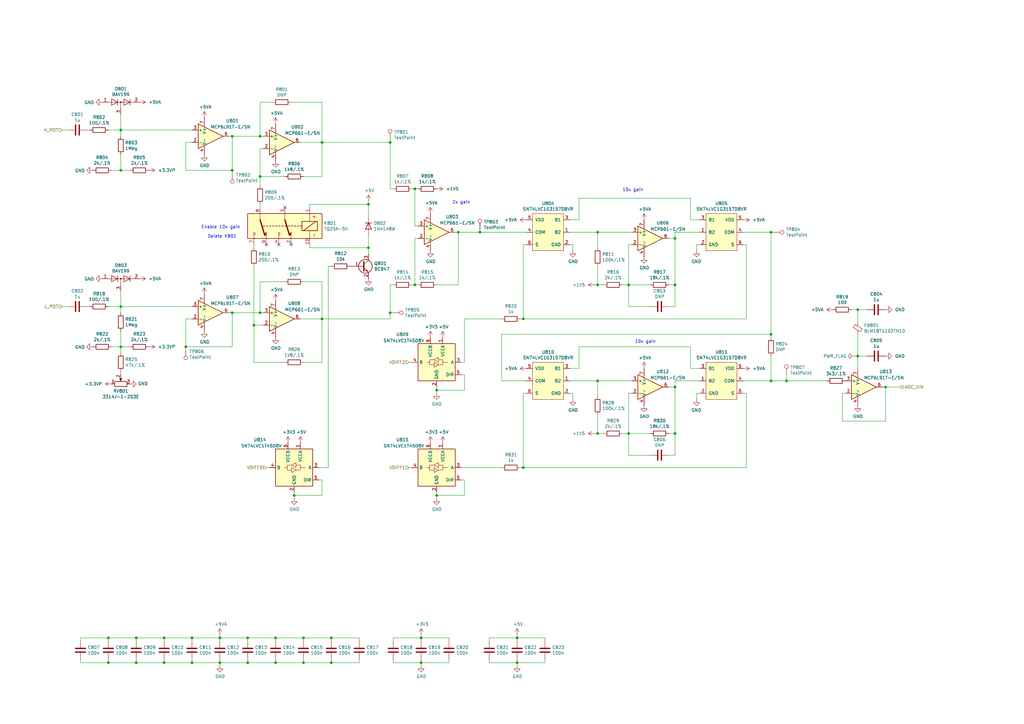
<source format=kicad_sch>
(kicad_sch (version 20231120) (generator "eeschema") (generator_version "8.0")
  (paper "A3")
  (junction (at 44.45 261.62))
  (junction (at 106.68 55.88))
  (junction (at 212.09 261.62))
  (junction (at 132.08 130.81))
  (junction (at 90.17 271.78))
  (junction (at 257.81 116.84))
  (junction (at 187.96 95.25))
  (junction (at 49.53 53.34))
  (junction (at 351.79 146.05))
  (junction (at 49.53 142.24))
  (junction (at 316.23 156.21))
  (junction (at 160.02 58.42))
  (junction (at 44.45 271.78))
  (junction (at 55.88 261.62))
  (junction (at 135.89 261.62))
  (junction (at 276.86 97.79))
  (junction (at 179.07 203.2))
  (junction (at 170.18 116.84))
  (junction (at 170.18 77.47))
  (junction (at 113.03 271.78))
  (junction (at 106.68 128.27))
  (junction (at 124.46 261.62))
  (junction (at 95.25 55.88))
  (junction (at 67.31 271.78))
  (junction (at 55.88 271.78))
  (junction (at 245.11 177.8))
  (junction (at 172.72 271.78))
  (junction (at 49.53 125.73))
  (junction (at 196.85 95.25))
  (junction (at 245.11 116.84))
  (junction (at 151.13 83.82))
  (junction (at 76.2 142.24))
  (junction (at 113.03 261.62))
  (junction (at 316.23 137.16))
  (junction (at 316.23 95.25))
  (junction (at 67.31 261.62))
  (junction (at 106.68 72.39))
  (junction (at 132.08 58.42))
  (junction (at 160.02 128.27))
  (junction (at 172.72 261.62))
  (junction (at 322.58 156.21))
  (junction (at 257.81 177.8))
  (junction (at 120.65 203.2))
  (junction (at 101.6 261.62))
  (junction (at 245.11 95.25))
  (junction (at 245.11 156.21))
  (junction (at 104.14 133.35))
  (junction (at 95.25 128.27))
  (junction (at 212.09 271.78))
  (junction (at 151.13 101.6))
  (junction (at 101.6 271.78))
  (junction (at 214.63 191.77))
  (junction (at 124.46 271.78))
  (junction (at 276.86 177.8))
  (junction (at 78.74 261.62))
  (junction (at 49.53 69.85))
  (junction (at 276.86 116.84))
  (junction (at 78.74 271.78))
  (junction (at 135.89 271.78))
  (junction (at 95.25 69.85))
  (junction (at 351.79 127))
  (junction (at 276.86 158.75))
  (junction (at 90.17 261.62))
  (junction (at 363.22 158.75))
  (junction (at 214.63 130.81))
  (junction (at 179.07 160.02))
  (no_connect (at 114.3 100.33))
  (no_connect (at 109.22 100.33))
  (no_connect (at 119.38 100.33))
  (no_connect (at 116.84 85.09))
  (wire (pts (xy 190.5 196.85) (xy 189.23 196.85)))
  (wire (pts (xy 132.08 130.81) (xy 123.19 130.81)))
  (wire (pts (xy 172.72 262.89) (xy 172.72 261.62)))
  (wire (pts (xy 200.66 270.51) (xy 200.66 271.78)))
  (wire (pts (xy 243.84 116.84) (xy 245.11 116.84)))
  (wire (pts (xy 349.25 127) (xy 351.79 127)))
  (wire (pts (xy 257.81 125.73) (xy 257.81 116.84)))
  (wire (pts (xy 259.08 100.33) (xy 257.81 100.33)))
  (wire (pts (xy 245.11 162.56) (xy 245.11 156.21)))
  (wire (pts (xy 49.53 55.88) (xy 49.53 53.34)))
  (wire (pts (xy 285.75 100.33) (xy 287.02 100.33)))
  (wire (pts (xy 49.53 142.24) (xy 53.34 142.24)))
  (wire (pts (xy 49.53 125.73) (xy 78.74 125.73)))
  (wire (pts (xy 237.49 142.24) (xy 283.21 142.24)))
  (wire (pts (xy 78.74 271.78) (xy 78.74 270.51)))
  (wire (pts (xy 44.45 271.78) (xy 55.88 271.78)))
  (wire (pts (xy 33.02 262.89) (xy 33.02 261.62)))
  (wire (pts (xy 160.02 130.81) (xy 160.02 128.27)))
  (wire (pts (xy 90.17 262.89) (xy 90.17 261.62)))
  (wire (pts (xy 130.81 191.77) (xy 134.62 191.77)))
  (wire (pts (xy 78.74 271.78) (xy 90.17 271.78)))
  (wire (pts (xy 212.09 262.89) (xy 212.09 261.62)))
  (wire (pts (xy 67.31 271.78) (xy 78.74 271.78)))
  (wire (pts (xy 55.88 271.78) (xy 55.88 270.51)))
  (wire (pts (xy 78.74 58.42) (xy 76.2 58.42)))
  (wire (pts (xy 49.53 69.85) (xy 53.34 69.85)))
  (wire (pts (xy 346.71 161.29) (xy 345.44 161.29)))
  (wire (pts (xy 179.07 203.2) (xy 190.5 203.2)))
  (wire (pts (xy 151.13 82.55) (xy 151.13 83.82)))
  (wire (pts (xy 245.11 109.22) (xy 245.11 116.84)))
  (wire (pts (xy 67.31 271.78) (xy 67.31 270.51)))
  (wire (pts (xy 55.88 261.62) (xy 67.31 261.62)))
  (wire (pts (xy 44.45 261.62) (xy 55.88 261.62)))
  (wire (pts (xy 25.4 53.34) (xy 27.94 53.34)))
  (wire (pts (xy 127 83.82) (xy 151.13 83.82)))
  (wire (pts (xy 266.7 177.8) (xy 257.81 177.8)))
  (wire (pts (xy 316.23 156.21) (xy 322.58 156.21)))
  (wire (pts (xy 124.46 115.57) (xy 132.08 115.57)))
  (wire (pts (xy 276.86 95.25) (xy 287.02 95.25)))
  (wire (pts (xy 350.52 146.05) (xy 351.79 146.05)))
  (wire (pts (xy 111.76 41.91) (xy 106.68 41.91)))
  (wire (pts (xy 170.18 77.47) (xy 171.45 77.47)))
  (wire (pts (xy 90.17 261.62) (xy 101.6 261.62)))
  (wire (pts (xy 120.65 201.93) (xy 120.65 203.2)))
  (wire (pts (xy 179.07 158.75) (xy 179.07 160.02)))
  (wire (pts (xy 187.96 95.25) (xy 186.69 95.25)))
  (wire (pts (xy 49.53 128.27) (xy 49.53 125.73)))
  (wire (pts (xy 212.09 260.35) (xy 212.09 261.62)))
  (wire (pts (xy 90.17 271.78) (xy 90.17 270.51)))
  (wire (pts (xy 120.65 204.47) (xy 120.65 203.2)))
  (wire (pts (xy 110.49 191.77) (xy 109.22 191.77)))
  (wire (pts (xy 101.6 262.89) (xy 101.6 261.62)))
  (wire (pts (xy 25.4 125.73) (xy 27.94 125.73)))
  (wire (pts (xy 95.25 71.12) (xy 95.25 69.85)))
  (wire (pts (xy 132.08 130.81) (xy 160.02 130.81)))
  (wire (pts (xy 49.53 46.99) (xy 49.53 53.34)))
  (wire (pts (xy 276.86 97.79) (xy 274.32 97.79)))
  (wire (pts (xy 172.72 261.62) (xy 184.15 261.62)))
  (wire (pts (xy 190.5 130.81) (xy 205.74 130.81)))
  (wire (pts (xy 170.18 116.84) (xy 171.45 116.84)))
  (wire (pts (xy 363.22 158.75) (xy 361.95 158.75)))
  (wire (pts (xy 257.81 186.69) (xy 257.81 177.8)))
  (wire (pts (xy 33.02 271.78) (xy 33.02 270.51)))
  (wire (pts (xy 76.2 130.81) (xy 76.2 142.24)))
  (wire (pts (xy 161.29 270.51) (xy 161.29 271.78)))
  (wire (pts (xy 104.14 148.59) (xy 104.14 133.35)))
  (wire (pts (xy 245.11 95.25) (xy 259.08 95.25)))
  (wire (pts (xy 363.22 172.72) (xy 363.22 158.75)))
  (wire (pts (xy 184.15 270.51) (xy 184.15 271.78)))
  (wire (pts (xy 171.45 92.71) (xy 170.18 92.71)))
  (wire (pts (xy 132.08 196.85) (xy 130.81 196.85)))
  (wire (pts (xy 116.84 148.59) (xy 104.14 148.59)))
  (wire (pts (xy 243.84 177.8) (xy 245.11 177.8)))
  (wire (pts (xy 285.75 102.87) (xy 285.75 100.33)))
  (wire (pts (xy 316.23 95.25) (xy 304.8 95.25)))
  (wire (pts (xy 351.79 146.05) (xy 351.79 151.13)))
  (wire (pts (xy 106.68 55.88) (xy 107.95 55.88)))
  (wire (pts (xy 187.96 116.84) (xy 187.96 95.25)))
  (wire (pts (xy 355.6 146.05) (xy 351.79 146.05)))
  (wire (pts (xy 276.86 158.75) (xy 276.86 156.21)))
  (wire (pts (xy 49.53 63.5) (xy 49.53 69.85)))
  (wire (pts (xy 213.36 191.77) (xy 214.63 191.77)))
  (wire (pts (xy 160.02 128.27) (xy 160.02 116.84)))
  (wire (pts (xy 179.07 201.93) (xy 179.07 203.2)))
  (wire (pts (xy 44.45 262.89) (xy 44.45 261.62)))
  (wire (pts (xy 147.32 271.78) (xy 147.32 270.51)))
  (wire (pts (xy 215.9 156.21) (xy 205.74 156.21)))
  (wire (pts (xy 200.66 261.62) (xy 212.09 261.62)))
  (wire (pts (xy 257.81 161.29) (xy 257.81 177.8)))
  (wire (pts (xy 179.07 160.02) (xy 190.5 160.02)))
  (wire (pts (xy 95.25 69.85) (xy 95.25 55.88)))
  (wire (pts (xy 170.18 97.79) (xy 171.45 97.79)))
  (wire (pts (xy 276.86 97.79) (xy 276.86 95.25)))
  (wire (pts (xy 179.07 161.29) (xy 179.07 160.02)))
  (wire (pts (xy 90.17 273.05) (xy 90.17 271.78)))
  (wire (pts (xy 234.95 102.87) (xy 234.95 100.33)))
  (wire (pts (xy 161.29 261.62) (xy 161.29 262.89)))
  (wire (pts (xy 161.29 271.78) (xy 172.72 271.78)))
  (wire (pts (xy 234.95 163.83) (xy 234.95 161.29)))
  (wire (pts (xy 106.68 41.91) (xy 106.68 55.88)))
  (wire (pts (xy 161.29 261.62) (xy 172.72 261.62)))
  (wire (pts (xy 106.68 128.27) (xy 95.25 128.27)))
  (wire (pts (xy 245.11 156.21) (xy 259.08 156.21)))
  (wire (pts (xy 151.13 88.9) (xy 151.13 83.82)))
  (wire (pts (xy 151.13 101.6) (xy 151.13 96.52)))
  (wire (pts (xy 233.68 156.21) (xy 245.11 156.21)))
  (wire (pts (xy 214.63 191.77) (xy 306.07 191.77)))
  (wire (pts (xy 257.81 100.33) (xy 257.81 116.84)))
  (wire (pts (xy 160.02 58.42) (xy 132.08 58.42)))
  (wire (pts (xy 49.53 53.34) (xy 44.45 53.34)))
  (wire (pts (xy 116.84 72.39) (xy 106.68 72.39)))
  (wire (pts (xy 95.25 55.88) (xy 93.98 55.88)))
  (wire (pts (xy 132.08 115.57) (xy 132.08 130.81)))
  (wire (pts (xy 190.5 148.59) (xy 190.5 130.81)))
  (wire (pts (xy 245.11 116.84) (xy 247.65 116.84)))
  (wire (pts (xy 124.46 72.39) (xy 132.08 72.39)))
  (wire (pts (xy 214.63 100.33) (xy 215.9 100.33)))
  (wire (pts (xy 213.36 130.81) (xy 214.63 130.81)))
  (wire (pts (xy 214.63 130.81) (xy 306.07 130.81)))
  (wire (pts (xy 283.21 81.28) (xy 283.21 90.17)))
  (wire (pts (xy 78.74 130.81) (xy 76.2 130.81)))
  (wire (pts (xy 124.46 262.89) (xy 124.46 261.62)))
  (wire (pts (xy 237.49 151.13) (xy 237.49 142.24)))
  (wire (pts (xy 266.7 125.73) (xy 257.81 125.73)))
  (wire (pts (xy 317.5 95.25) (xy 316.23 95.25)))
  (wire (pts (xy 190.5 160.02) (xy 190.5 153.67)))
  (wire (pts (xy 351.79 127) (xy 351.79 132.08)))
  (wire (pts (xy 184.15 261.62) (xy 184.15 262.89)))
  (wire (pts (xy 245.11 101.6) (xy 245.11 95.25)))
  (wire (pts (xy 190.5 153.67) (xy 189.23 153.67)))
  (wire (pts (xy 283.21 151.13) (xy 287.02 151.13)))
  (wire (pts (xy 106.68 72.39) (xy 106.68 60.96)))
  (wire (pts (xy 44.45 271.78) (xy 44.45 270.51)))
  (wire (pts (xy 161.29 77.47) (xy 160.02 77.47)))
  (wire (pts (xy 259.08 161.29) (xy 257.81 161.29)))
  (wire (pts (xy 124.46 261.62) (xy 135.89 261.62)))
  (wire (pts (xy 67.31 261.62) (xy 78.74 261.62)))
  (wire (pts (xy 214.63 100.33) (xy 214.63 130.81)))
  (wire (pts (xy 233.68 95.25) (xy 245.11 95.25)))
  (wire (pts (xy 124.46 271.78) (xy 124.46 270.51)))
  (wire (pts (xy 49.53 119.38) (xy 49.53 125.73)))
  (wire (pts (xy 283.21 90.17) (xy 287.02 90.17)))
  (wire (pts (xy 179.07 204.47) (xy 179.07 203.2)))
  (wire (pts (xy 119.38 41.91) (xy 132.08 41.91)))
  (wire (pts (xy 67.31 262.89) (xy 67.31 261.62)))
  (wire (pts (xy 35.56 125.73) (xy 36.83 125.73)))
  (wire (pts (xy 276.86 186.69) (xy 276.86 177.8)))
  (wire (pts (xy 306.07 161.29) (xy 304.8 161.29)))
  (wire (pts (xy 223.52 261.62) (xy 223.52 262.89)))
  (wire (pts (xy 135.89 271.78) (xy 135.89 270.51)))
  (wire (pts (xy 135.89 271.78) (xy 147.32 271.78)))
  (wire (pts (xy 306.07 100.33) (xy 304.8 100.33)))
  (wire (pts (xy 200.66 271.78) (xy 212.09 271.78)))
  (wire (pts (xy 95.25 142.24) (xy 95.25 128.27)))
  (wire (pts (xy 124.46 148.59) (xy 132.08 148.59)))
  (wire (pts (xy 104.14 101.6) (xy 104.14 100.33)))
  (wire (pts (xy 134.62 191.77) (xy 134.62 109.22)))
  (wire (pts (xy 168.91 116.84) (xy 170.18 116.84)))
  (wire (pts (xy 55.88 271.78) (xy 67.31 271.78)))
  (wire (pts (xy 106.68 76.2) (xy 106.68 72.39)))
  (wire (pts (xy 276.86 116.84) (xy 274.32 116.84)))
  (wire (pts (xy 345.44 161.29) (xy 345.44 172.72)))
  (wire (pts (xy 322.58 156.21) (xy 339.09 156.21)))
  (wire (pts (xy 90.17 271.78) (xy 101.6 271.78)))
  (wire (pts (xy 237.49 90.17) (xy 237.49 81.28)))
  (wire (pts (xy 161.29 128.27) (xy 160.02 128.27)))
  (wire (pts (xy 345.44 172.72) (xy 363.22 172.72)))
  (wire (pts (xy 351.79 146.05) (xy 351.79 137.16)))
  (wire (pts (xy 285.75 161.29) (xy 287.02 161.29)))
  (wire (pts (xy 116.84 115.57) (xy 106.68 115.57)))
  (wire (pts (xy 134.62 109.22) (xy 135.89 109.22)))
  (wire (pts (xy 212.09 261.62) (xy 223.52 261.62)))
  (wire (pts (xy 276.86 177.8) (xy 274.32 177.8)))
  (wire (pts (xy 78.74 262.89) (xy 78.74 261.62)))
  (wire (pts (xy 172.72 271.78) (xy 172.72 270.51)))
  (wire (pts (xy 266.7 186.69) (xy 257.81 186.69)))
  (wire (pts (xy 49.53 135.89) (xy 49.53 142.24)))
  (wire (pts (xy 283.21 142.24) (xy 283.21 151.13)))
  (wire (pts (xy 132.08 203.2) (xy 132.08 196.85)))
  (wire (pts (xy 276.86 158.75) (xy 274.32 158.75)))
  (wire (pts (xy 234.95 161.29) (xy 233.68 161.29)))
  (wire (pts (xy 257.81 116.84) (xy 255.27 116.84)))
  (wire (pts (xy 132.08 72.39) (xy 132.08 58.42)))
  (wire (pts (xy 234.95 100.33) (xy 233.68 100.33)))
  (wire (pts (xy 49.53 53.34) (xy 78.74 53.34)))
  (wire (pts (xy 101.6 271.78) (xy 113.03 271.78)))
  (wire (pts (xy 190.5 203.2) (xy 190.5 196.85)))
  (wire (pts (xy 113.03 261.62) (xy 124.46 261.62)))
  (wire (pts (xy 179.07 116.84) (xy 187.96 116.84)))
  (wire (pts (xy 214.63 161.29) (xy 215.9 161.29)))
  (wire (pts (xy 49.53 125.73) (xy 44.45 125.73)))
  (wire (pts (xy 215.9 95.25) (xy 196.85 95.25)))
  (wire (pts (xy 147.32 261.62) (xy 147.32 262.89)))
  (wire (pts (xy 168.91 77.47) (xy 170.18 77.47)))
  (wire (pts (xy 106.68 85.09) (xy 106.68 83.82)))
  (wire (pts (xy 237.49 81.28) (xy 283.21 81.28)))
  (wire (pts (xy 160.02 57.15) (xy 160.02 58.42)))
  (wire (pts (xy 127 83.82) (xy 127 85.09)))
  (wire (pts (xy 184.15 271.78) (xy 172.72 271.78)))
  (wire (pts (xy 274.32 186.69) (xy 276.86 186.69)))
  (wire (pts (xy 170.18 92.71) (xy 170.18 77.47)))
  (wire (pts (xy 196.85 95.25) (xy 187.96 95.25)))
  (wire (pts (xy 205.74 156.21) (xy 205.74 137.16)))
  (wire (pts (xy 124.46 271.78) (xy 135.89 271.78)))
  (wire (pts (xy 276.86 177.8) (xy 276.86 158.75)))
  (wire (pts (xy 132.08 41.91) (xy 132.08 58.42)))
  (wire (pts (xy 120.65 203.2) (xy 132.08 203.2)))
  (wire (pts (xy 172.72 260.35) (xy 172.72 261.62)))
  (wire (pts (xy 266.7 116.84) (xy 257.81 116.84)))
  (wire (pts (xy 189.23 191.77) (xy 205.74 191.77)))
  (wire (pts (xy 151.13 101.6) (xy 151.13 104.14)))
  (wire (pts (xy 257.81 177.8) (xy 255.27 177.8)))
  (wire (pts (xy 90.17 260.35) (xy 90.17 261.62)))
  (wire (pts (xy 101.6 261.62) (xy 113.03 261.62)))
  (wire (pts (xy 76.2 69.85) (xy 95.25 69.85)))
  (wire (pts (xy 135.89 261.62) (xy 147.32 261.62)))
  (wire (pts (xy 233.68 90.17) (xy 237.49 90.17)))
  (wire (pts (xy 55.88 262.89) (xy 55.88 261.62)))
  (wire (pts (xy 45.72 69.85) (xy 49.53 69.85)))
  (wire (pts (xy 113.03 271.78) (xy 124.46 271.78)))
  (wire (pts (xy 49.53 153.67) (xy 49.53 152.4)))
  (wire (pts (xy 212.09 273.05) (xy 212.09 271.78)))
  (wire (pts (xy 316.23 137.16) (xy 316.23 95.25)))
  (wire (pts (xy 45.72 142.24) (xy 49.53 142.24)))
  (wire (pts (xy 316.23 156.21) (xy 316.23 146.05)))
  (wire (pts (xy 306.07 191.77) (xy 306.07 161.29)))
  (wire (pts (xy 322.58 153.67) (xy 322.58 156.21)))
  (wire (pts (xy 369.57 158.75) (xy 363.22 158.75)))
  (wire (pts (xy 223.52 270.51) (xy 223.52 271.78)))
  (wire (pts (xy 132.08 58.42) (xy 123.19 58.42)))
  (wire (pts (xy 245.11 170.18) (xy 245.11 177.8)))
  (wire (pts (xy 132.08 148.59) (xy 132.08 130.81)))
  (wire (pts (xy 168.91 191.77) (xy 167.64 191.77)))
  (wire (pts (xy 316.23 138.43) (xy 316.23 137.16)))
  (wire (pts (xy 245.11 177.8) (xy 247.65 177.8)))
  (wire (pts (xy 200.66 261.62) (xy 200.66 262.89)))
  (wire (pts (xy 274.32 125.73) (xy 276.86 125.73)))
  (wire (pts (xy 212.09 271.78) (xy 212.09 270.51)))
  (wire (pts (xy 205.74 137.16) (xy 316.23 137.16)))
  (wire (pts (xy 233.68 151.13) (xy 237.49 151.13)))
  (wire (pts (xy 95.25 128.27) (xy 93.98 128.27)))
  (wire (pts (xy 276.86 125.73) (xy 276.86 116.84)))
  (wire (pts (xy 106.68 128.27) (xy 107.95 128.27)))
  (wire (pts (xy 168.91 148.59) (xy 167.64 148.59)))
  (wire (pts (xy 35.56 53.34) (xy 36.83 53.34)))
  (wire (pts (xy 33.02 271.78) (xy 44.45 271.78)))
  (wire (pts (xy 172.72 273.05) (xy 172.72 271.78)))
  (wire (pts (xy 189.23 148.59) (xy 190.5 148.59)))
  (wire (pts (xy 113.03 262.89) (xy 113.03 261.62)))
  (wire (pts (xy 127 100.33) (xy 127 101.6)))
  (wire (pts (xy 355.6 127) (xy 351.79 127)))
  (wire (pts (xy 49.53 144.78) (xy 49.53 142.24)))
  (wire (pts (xy 214.63 161.29) (xy 214.63 191.77)))
  (wire (pts (xy 104.14 133.35) (xy 104.14 109.22)))
  (wire (pts (xy 113.03 271.78) (xy 113.03 270.51)))
  (wire (pts (xy 160.02 116.84) (xy 161.29 116.84)))
  (wire (pts (xy 106.68 55.88) (xy 95.25 55.88)))
  (wire (pts (xy 160.02 77.47) (xy 160.02 58.42)))
  (wire (pts (xy 306.07 130.81) (xy 306.07 100.33)))
  (wire (pts (xy 135.89 262.89) (xy 135.89 261.62)))
  (wire (pts (xy 106.68 115.57) (xy 106.68 128.27)))
  (wire (pts (xy 76.2 58.42) (xy 76.2 69.85)))
  (wire (pts (xy 170.18 116.84) (xy 170.18 97.79)))
  (wire (pts (xy 104.14 133.35) (xy 107.95 133.35)))
  (wire (pts (xy 223.52 271.78) (xy 212.09 271.78)))
  (wire (pts (xy 304.8 156.21) (xy 316.23 156.21)))
  (wire (pts (xy 196.85 93.98) (xy 196.85 95.25)))
  (wire (pts (xy 127 101.6) (xy 151.13 101.6)))
  (wire (pts (xy 101.6 271.78) (xy 101.6 270.51)))
  (wire (pts (xy 76.2 142.24) (xy 95.25 142.24)))
  (wire (pts (xy 106.68 60.96) (xy 107.95 60.96)))
  (wire (pts (xy 276.86 156.21) (xy 287.02 156.21)))
  (wire (pts (xy 33.02 261.62) (xy 44.45 261.62)))
  (wire (pts (xy 78.74 261.62) (xy 90.17 261.62)))
  (wire (pts (xy 285.75 163.83) (xy 285.75 161.29)))
  (wire (pts (xy 276.86 116.84) (xy 276.86 97.79)))
  (wire (pts (xy 76.2 143.51) (xy 76.2 142.24)))
  (text "Enable 10x gain" (at 82.55 93.98 0) (effects (font (size 1.27 1.27)) (justify left bottom)))
  (text "10x gain" (at 260.35 140.97 0) (effects (font (size 1.27 1.27)) (justify left bottom)))
  (text "10x gain" (at 255.27 78.74 0) (effects (font (size 1.27 1.27)) (justify left bottom)))
  (text "Delete K801" (at 85.09 97.79 0) (effects (font (size 1.27 1.27)) (justify left bottom)))
  (text "2x gain" (at 185.42 83.82 0) (effects (font (size 1.27 1.27)) (justify left bottom)))
  (hierarchical_label "L_POT" (shape input) (at 25.4 125.73 180))
  (hierarchical_label "H_POT" (shape input) (at 25.4 53.34 180))
  (hierarchical_label "VDIFF2" (shape input) (at 167.64 148.59 180))
  (hierarchical_label "VDIFF0" (shape input) (at 109.22 191.77 180))
  (hierarchical_label "ADC_VIN" (shape output) (at 369.57 158.75 0))
  (hierarchical_label "VDIFF1" (shape input) (at 167.64 191.77 180))
  (symbol (lib_id "power:GND") (at 212.09 273.05 0) (unit 1)
    (property "Reference" "#PWR0856" (effects (hide yes)))
    (property "Value" "GND" (at 212.217 277.4442 0))
  )
  (symbol (lib_id "power:+5V") (at 212.09 260.35 0) (unit 1)
    (property "Reference" "#PWR0853" (effects (hide yes)))
    (property "Value" "+5V" (at 212.471 255.9558 0))
  )
  (symbol (lib_id "power:GND") (at 113.03 66.04 0) (unit 1)
    (property "Reference" "#PWR0806" (effects (hide yes)))
    (property "Value" "GND" (at 113.157 70.4342 0))
  )
  (symbol (lib_id "power:GND") (at 83.82 63.5 0) (unit 1)
    (property "Reference" "#PWR0805" (effects (hide yes)))
    (property "Value" "GND" (at 83.947 67.8942 0))
  )
  (symbol (lib_id "power:GND") (at 176.53 102.87 0) (unit 1)
    (property "Reference" "#PWR0815" (effects (hide yes)))
    (property "Value" "GND" (at 176.657 107.2642 0))
  )
  (symbol (lib_id "power:GND") (at 113.03 138.43 0) (unit 1)
    (property "Reference" "#PWR0828" (effects (hide yes)))
    (property "Value" "GND" (at 113.157 142.8242 0))
  )
  (symbol (lib_id "power:GND") (at 83.82 135.89 0) (unit 1)
    (property "Reference" "#PWR0827" (effects (hide yes)))
    (property "Value" "GND" (at 83.947 140.2842 0))
  )
  (symbol (lib_id "power:GND") (at 38.1 142.24 270) (unit 1)
    (property "Reference" "#PWR0831" (effects (hide yes)))
    (property "Value" "GND" (at 34.8488 142.367 90) (effects (justify right)))
  )
  (symbol (lib_id "power:GND") (at 53.34 157.48 90) (unit 1)
    (property "Reference" "#PWR0838" (effects (hide yes)))
    (property "Value" "GND" (at 56.5912 157.353 90) (effects (justify right)))
  )
  (symbol (lib_id "power:GND") (at 41.91 114.3 270) (unit 1)
    (property "Reference" "#PWR0819" (effects (hide yes)))
    (property "Value" "GND" (at 38.6588 114.427 90) (effects (justify right)))
  )
  (symbol (lib_id "power:GND") (at 38.1 69.85 270) (unit 1)
    (property "Reference" "#PWR0807" (effects (hide yes)))
    (property "Value" "GND" (at 34.8488 69.977 90) (effects (justify right)))
  )
  (symbol (lib_id "power:GND") (at 41.91 41.91 270) (unit 1)
    (property "Reference" "#PWR0801" (effects (hide yes)))
    (property "Value" "GND" (at 38.6588 42.037 90) (effects (justify right)))
  )
  (symbol (lib_id "Device:C") (at 161.29 266.7 0) (unit 1)
    (property "Reference" "C818" (at 164.211 265.5316 0) (effects (justify left)))
    (property "Value" "100n" (at 164.211 267.843 0) (effects (justify left)))
    (property "Footprint" "Capacitor_SMD:C_0603_1608Metric_Pad1.08x0.95mm_HandSolder" (effects (hide yes)))
  )
  (symbol (lib_id "Device:C") (at 172.72 266.7 0) (unit 1)
    (property "Reference" "C819" (at 175.641 265.5316 0) (effects (justify left)))
    (property "Value" "100n" (at 175.641 267.843 0) (effects (justify left)))
    (property "Footprint" "Capacitor_SMD:C_0603_1608Metric_Pad1.08x0.95mm_HandSolder" (effects (hide yes)))
  )
  (symbol (lib_id "power:GND") (at 172.72 273.05 0) (unit 1)
    (property "Reference" "#PWR0855" (effects (hide yes)))
    (property "Value" "GND" (at 172.847 277.4442 0))
  )
  (symbol (lib_id "power:+3.3V") (at 172.72 260.35 0) (unit 1)
    (property "Reference" "#PWR0852" (effects (hide yes)))
    (property "Value" "+3V3" (at 173.101 255.9558 0))
  )
  (symbol (lib_id "power:+5VA") (at 83.82 48.26 0) (unit 1)
    (property "Reference" "#PWR0803" (effects (hide yes)))
    (property "Value" "+5VA" (at 84.201 43.8658 0))
  )
  (symbol (lib_id "power:+5VA") (at 113.03 50.8 0) (unit 1)
    (property "Reference" "#PWR0804" (effects (hide yes)))
    (property "Value" "+5VA" (at 113.411 46.4058 0))
  )
  (symbol (lib_id "power:+5VA") (at 83.82 120.65 0) (unit 1)
    (property "Reference" "#PWR0823" (effects (hide yes)))
    (property "Value" "+5VA" (at 84.201 116.2558 0))
  )
  (symbol (lib_id "power:+5VA") (at 113.03 123.19 0) (unit 1)
    (property "Reference" "#PWR0824" (effects (hide yes)))
    (property "Value" "+5VA" (at 113.411 118.7958 0))
  )
  (symbol (lib_id "power:+5VA") (at 176.53 87.63 0) (unit 1)
    (property "Reference" "#PWR0811" (effects (hide yes)))
    (property "Value" "+5VA" (at 176.911 83.2358 0))
  )
  (symbol (lib_id "power:+5VA") (at 57.15 114.3 270) (unit 1)
    (property "Reference" "#PWR0820" (effects (hide yes)))
    (property "Value" "+5VA" (at 60.96 114.3 90) (effects (justify left)))
  )
  (symbol (lib_id "power:+5VA") (at 57.15 41.91 270) (unit 1)
    (property "Reference" "#PWR0802" (effects (hide yes)))
    (property "Value" "+5VA" (at 60.96 41.91 90) (effects (justify left)))
  )
  (symbol (lib_id "power:+3.3VP") (at 60.96 142.24 270) (unit 1)
    (property "Reference" "#PWR0832" (effects (hide yes)))
    (property "Value" "+3.3VP" (at 64.77 142.24 90) (effects (justify left)))
  )
  (symbol (lib_id "power:+3.3VP") (at 45.72 157.48 90) (unit 1)
    (property "Reference" "#PWR0837" (effects (hide yes)))
    (property "Value" "+3.3VP" (at 41.91 157.48 90) (effects (justify left)))
  )
  (symbol (lib_id "power:+3.3VP") (at 60.96 69.85 270) (unit 1)
    (property "Reference" "#PWR0808" (effects (hide yes)))
    (property "Value" "+3.3VP" (at 64.77 69.85 90) (effects (justify left)))
  )
  (symbol (lib_id "Device:C") (at 184.15 266.7 0) (unit 1)
    (property "Reference" "C820" (at 187.071 265.5316 0) (effects (justify left)))
    (property "Value" "100n" (at 187.071 267.843 0) (effects (justify left)))
    (property "Footprint" "Capacitor_SMD:C_0603_1608Metric_Pad1.08x0.95mm_HandSolder" (effects (hide yes)))
  )
  (symbol (lib_id "ETH1CLCR2:MCP661") (at 265.43 97.79 0) (unit 1)
    (property "Reference" "U806" (at 269.24 91.44 0) (effects (justify left)))
    (property "Value" "MCP661-E/SN" (at 266.7 93.98 0) (effects (justify left)))
    (property "Footprint" "Package_SO:SOIC-8_3.9x4.9mm_P1.27mm" (effects (hide yes)))
  )
  (symbol (lib_id "power:+5VA") (at 264.16 90.17 0) (unit 1)
    (property "Reference" "#PWR0813" (effects (hide yes)))
    (property "Value" "+5VA" (at 264.541 85.7758 0))
  )
  (symbol (lib_id "power:GND") (at 264.16 105.41 0) (unit 1)
    (property "Reference" "#PWR0818" (effects (hide yes)))
    (property "Value" "GND" (at 264.287 109.8042 0))
  )
  (symbol (lib_id "Device:R") (at 251.46 116.84 270) (unit 1)
    (property "Reference" "R816" (at 251.46 111.5822 90))
    (property "Value" "2k/.1%" (at 251.46 113.8936 90))
    (property "Footprint" "Resistor_SMD:R_0603_1608Metric_Pad0.98x0.95mm_HandSolder" (effects (hide yes)))
  )
  (symbol (lib_id "Device:R") (at 270.51 116.84 270) (unit 1)
    (property "Reference" "R817" (at 270.51 111.5822 90))
    (property "Value" "18k/.1%" (at 270.51 113.8936 90))
    (property "Footprint" "Resistor_SMD:R_0603_1608Metric_Pad0.98x0.95mm_HandSolder" (effects (hide yes)))
  )
  (symbol (lib_id "Device:C") (at 270.51 125.73 270) (unit 1)
    (property "Reference" "C803" (at 270.51 119.3292 90))
    (property "Value" "DNP" (at 270.51 121.6406 90))
    (property "Footprint" "Capacitor_SMD:C_0603_1608Metric_Pad1.08x0.95mm_HandSolder" (effects (hide yes)))
  )
  (symbol (lib_id "power:+1V5") (at 243.84 116.84 90) (unit 1)
    (property "Reference" "#PWR0822" (effects (hide yes)))
    (property "Value" "+1V5" (at 240.03 116.84 90) (effects (justify left)))
  )
  (symbol (lib_id "Device:R") (at 245.11 105.41 0) (unit 1)
    (property "Reference" "R811" (at 246.888 104.2416 0) (effects (justify left)))
    (property "Value" "100k/.1%" (at 246.888 106.553 0) (effects (justify left)))
    (property "Footprint" "Resistor_SMD:R_0603_1608Metric_Pad0.98x0.95mm_HandSolder" (effects (hide yes)))
  )
  (symbol (lib_id "Device:C") (at 90.17 266.7 0) (unit 1)
    (property "Reference" "C812" (at 93.091 265.5316 0) (effects (justify left)))
    (property "Value" "100n" (at 93.091 267.843 0) (effects (justify left)))
    (property "Footprint" "Capacitor_SMD:C_0603_1608Metric_Pad1.08x0.95mm_HandSolder" (effects (hide yes)))
  )
  (symbol (lib_id "Device:C") (at 101.6 266.7 0) (unit 1)
    (property "Reference" "C813" (at 104.521 265.5316 0) (effects (justify left)))
    (property "Value" "100n" (at 104.521 267.843 0) (effects (justify left)))
    (property "Footprint" "Capacitor_SMD:C_0603_1608Metric_Pad1.08x0.95mm_HandSolder" (effects (hide yes)))
  )
  (symbol (lib_id "ETH1CLCR2:SN74LVC1G3157") (at 224.79 95.25 0) (unit 1)
    (property "Reference" "U804" (at 224.79 83.439 0))
    (property "Value" "SN74LVC1G3157DBVR" (at 224.79 85.7504 0))
    (property "Footprint" "Package_TO_SOT_SMD:SOT-23-6_Handsoldering" (effects (hide yes)))
  )
  (symbol (lib_id "ETH1CLCR2:SN74LVC1G3157") (at 295.91 95.25 0) (mirror y) (unit 1)
    (property "Reference" "U805" (at 295.91 83.439 0))
    (property "Value" "SN74LVC1G3157DBVR" (at 295.91 85.7504 0))
    (property "Footprint" "Package_TO_SOT_SMD:SOT-23-6_Handsoldering" (effects (hide yes)))
  )
  (symbol (lib_id "power:GND") (at 285.75 102.87 0) (mirror y) (unit 1)
    (property "Reference" "#PWR0817" (effects (hide yes)))
    (property "Value" "GND" (at 285.623 107.2642 0))
  )
  (symbol (lib_id "power:GND") (at 234.95 102.87 0) (unit 1)
    (property "Reference" "#PWR0816" (effects (hide yes)))
    (property "Value" "GND" (at 235.077 107.2642 0))
  )
  (symbol (lib_id "power:+5VA") (at 304.8 90.17 270) (unit 1)
    (property "Reference" "#PWR0814" (effects (hide yes)))
    (property "Value" "+5VA" (at 308.61 90.17 90) (effects (justify left)))
  )
  (symbol (lib_id "power:+5VA") (at 215.9 90.17 90) (unit 1)
    (property "Reference" "#PWR0812" (effects (hide yes)))
    (property "Value" "+5VA" (at 212.09 90.17 90) (effects (justify left)))
  )
  (symbol (lib_id "Device:R") (at 209.55 130.81 270) (unit 1)
    (property "Reference" "R820" (at 209.55 125.5522 90))
    (property "Value" "1k" (at 209.55 127.8636 90))
    (property "Footprint" "Resistor_SMD:R_0603_1608Metric_Pad0.98x0.95mm_HandSolder" (effects (hide yes)))
  )
  (symbol (lib_id "ETH1CLCR2:MCP661") (at 265.43 158.75 0) (unit 1)
    (property "Reference" "U812" (at 269.24 152.4 0) (effects (justify left)))
    (property "Value" "MCP661-E/SN" (at 266.7 154.94 0) (effects (justify left)))
    (property "Footprint" "Package_SO:SOIC-8_3.9x4.9mm_P1.27mm" (effects (hide yes)))
  )
  (symbol (lib_id "power:+5VA") (at 264.16 151.13 0) (unit 1)
    (property "Reference" "#PWR0835" (effects (hide yes)))
    (property "Value" "+5VA" (at 264.541 146.7358 0))
  )
  (symbol (lib_id "power:GND") (at 264.16 166.37 0) (unit 1)
    (property "Reference" "#PWR0842" (effects (hide yes)))
    (property "Value" "GND" (at 264.287 170.7642 0))
  )
  (symbol (lib_id "Device:R") (at 251.46 177.8 270) (unit 1)
    (property "Reference" "R829" (at 251.46 172.5422 90))
    (property "Value" "2k/.1%" (at 251.46 174.8536 90))
    (property "Footprint" "Resistor_SMD:R_0603_1608Metric_Pad0.98x0.95mm_HandSolder" (effects (hide yes)))
  )
  (symbol (lib_id "Device:R") (at 270.51 177.8 270) (unit 1)
    (property "Reference" "R830" (at 270.51 172.5422 90))
    (property "Value" "18k/.1%" (at 270.51 174.8536 90))
    (property "Footprint" "Resistor_SMD:R_0603_1608Metric_Pad0.98x0.95mm_HandSolder" (effects (hide yes)))
  )
  (symbol (lib_id "Device:C") (at 270.51 186.69 270) (unit 1)
    (property "Reference" "C806" (at 270.51 180.2892 90))
    (property "Value" "DNP" (at 270.51 182.6006 90))
    (property "Footprint" "Capacitor_SMD:C_0603_1608Metric_Pad1.08x0.95mm_HandSolder" (effects (hide yes)))
  )
  (symbol (lib_id "power:+1V5") (at 243.84 177.8 90) (unit 1)
    (property "Reference" "#PWR0844" (effects (hide yes)))
    (property "Value" "+1V5" (at 240.03 177.8 90) (effects (justify left)))
  )
  (symbol (lib_id "Device:R") (at 245.11 166.37 0) (unit 1)
    (property "Reference" "R828" (at 246.888 165.2016 0) (effects (justify left)))
    (property "Value" "100k/.1%" (at 246.888 167.513 0) (effects (justify left)))
    (property "Footprint" "Resistor_SMD:R_0603_1608Metric_Pad0.98x0.95mm_HandSolder" (effects (hide yes)))
  )
  (symbol (lib_id "ETH1CLCR2:SN74LVC1G3157") (at 224.79 156.21 0) (unit 1)
    (property "Reference" "U810" (at 224.79 144.399 0))
    (property "Value" "SN74LVC1G3157DBVR" (at 224.79 146.7104 0))
    (property "Footprint" "Package_TO_SOT_SMD:SOT-23-6_Handsoldering" (effects (hide yes)))
  )
  (symbol (lib_id "ETH1CLCR2:SN74LVC1G3157") (at 295.91 156.21 0) (mirror y) (unit 1)
    (property "Reference" "U811" (at 295.91 144.399 0))
    (property "Value" "SN74LVC1G3157DBVR" (at 295.91 146.7104 0))
    (property "Footprint" "Package_TO_SOT_SMD:SOT-23-6_Handsoldering" (effects (hide yes)))
  )
  (symbol (lib_id "power:GND") (at 285.75 163.83 0) (mirror y) (unit 1)
    (property "Reference" "#PWR0841" (effects (hide yes)))
    (property "Value" "GND" (at 285.623 168.2242 0))
  )
  (symbol (lib_id "power:GND") (at 234.95 163.83 0) (unit 1)
    (property "Reference" "#PWR0840" (effects (hide yes)))
    (property "Value" "GND" (at 235.077 168.2242 0))
  )
  (symbol (lib_id "power:+5VA") (at 304.8 151.13 270) (unit 1)
    (property "Reference" "#PWR0836" (effects (hide yes)))
    (property "Value" "+5VA" (at 308.61 151.13 90) (effects (justify left)))
  )
  (symbol (lib_id "power:+5VA") (at 215.9 151.13 90) (unit 1)
    (property "Reference" "#PWR0834" (effects (hide yes)))
    (property "Value" "+5VA" (at 212.09 151.13 90) (effects (justify left)))
  )
  (symbol (lib_id "Device:R") (at 209.55 191.77 270) (unit 1)
    (property "Reference" "R831" (at 209.55 186.5122 90))
    (property "Value" "1k" (at 209.55 188.8236 90))
    (property "Footprint" "Resistor_SMD:R_0603_1608Metric_Pad0.98x0.95mm_HandSolder" (effects (hide yes)))
  )
  (symbol (lib_id "Device:R") (at 316.23 142.24 0) (unit 1)
    (property "Reference" "R824" (at 318.008 141.0716 0) (effects (justify left)))
    (property "Value" "DNP" (at 318.008 143.383 0) (effects (justify left)))
    (property "Footprint" "Resistor_SMD:R_0603_1608Metric_Pad0.98x0.95mm_HandSolder" (effects (hide yes)))
  )
  (symbol (lib_id "Device:R") (at 342.9 156.21 270) (unit 1)
    (property "Reference" "R827" (at 342.9 150.9522 90))
    (property "Value" "3k3/.1%" (at 342.9 153.2636 90))
    (property "Footprint" "Resistor_SMD:R_0603_1608Metric_Pad0.98x0.95mm_HandSolder" (effects (hide yes)))
  )
  (symbol (lib_id "Amplifier_Operational:MCP6L91RT-ESN") (at 86.36 55.88 0) (unit 1)
    (property "Reference" "U801" (at 92.71 49.53 0) (effects (justify left)))
    (property "Value" "MCP6L91T-E/SN" (at 86.36 52.07 0) (effects (justify left)))
    (property "Footprint" "Package_SO:SOIC-8_3.9x4.9mm_P1.27mm" (effects (hide yes)))
    (property "Datasheet" "http://ww1.microchip.com/downloads/en/DeviceDoc/22141b.pdf" (effects (hide yes)))
  )
  (symbol (lib_id "Amplifier_Operational:MCP6L91RT-ESN") (at 86.36 128.27 0) (unit 1)
    (property "Reference" "U807" (at 92.71 121.92 0) (effects (justify left)))
    (property "Value" "MCP6L91T-E/SN" (at 86.36 124.46 0) (effects (justify left)))
    (property "Footprint" "Package_SO:SOIC-8_3.9x4.9mm_P1.27mm" (effects (hide yes)))
    (property "Datasheet" "http://ww1.microchip.com/downloads/en/DeviceDoc/22141b.pdf" (effects (hide yes)))
  )
  (symbol (lib_id "Amplifier_Operational:MCP6L91RT-ESN") (at 354.33 158.75 0) (unit 1)
    (property "Reference" "U813" (at 360.68 152.4 0) (effects (justify left)))
    (property "Value" "MCP6L91T-E/SN" (at 354.33 154.94 0) (effects (justify left)))
    (property "Footprint" "Package_SO:SOIC-8_3.9x4.9mm_P1.27mm" (effects (hide yes)))
    (property "Datasheet" "http://ww1.microchip.com/downloads/en/DeviceDoc/22141b.pdf" (effects (hide yes)))
  )
  (symbol (lib_id "power:GND") (at 351.79 166.37 0) (unit 1)
    (property "Reference" "#PWR0843" (effects (hide yes)))
    (property "Value" "GND" (at 351.917 170.7642 0))
  )
  (symbol (lib_id "Device:Ferrite_Bead_Small") (at 351.79 134.62 0) (unit 1)
    (property "Reference" "FB801" (at 354.33 133.4516 0) (effects (justify left)))
    (property "Value" "BLM18TG102TN1D" (at 354.33 135.763 0) (effects (justify left)))
    (property "Footprint" "Inductor_SMD:L_0603_1608Metric_Pad1.05x0.95mm_HandSolder" (effects (hide yes)))
  )
  (symbol (lib_id "Device:C") (at 359.41 146.05 270) (unit 1)
    (property "Reference" "C805" (at 359.41 139.6492 90))
    (property "Value" "1u" (at 359.41 141.9606 90))
    (property "Footprint" "Capacitor_SMD:C_0603_1608Metric_Pad1.08x0.95mm_HandSolder" (effects (hide yes)))
  )
  (symbol (lib_id "power:GND") (at 363.22 146.05 90) (unit 1)
    (property "Reference" "#PWR0833" (effects (hide yes)))
    (property "Value" "GND" (at 367.03 146.05 90) (effects (justify right)))
  )
  (symbol (lib_id "Device:C") (at 359.41 127 270) (unit 1)
    (property "Reference" "C804" (at 359.41 120.5992 90))
    (property "Value" "1u" (at 359.41 122.9106 90))
    (property "Footprint" "Capacitor_SMD:C_0603_1608Metric_Pad1.08x0.95mm_HandSolder" (effects (hide yes)))
  )
  (symbol (lib_id "power:GND") (at 363.22 127 90) (unit 1)
    (property "Reference" "#PWR0826" (effects (hide yes)))
    (property "Value" "GND" (at 367.03 127 90) (effects (justify right)))
  )
  (symbol (lib_id "Device:R") (at 345.44 127 270) (unit 1)
    (property "Reference" "R819" (at 345.44 121.7422 90))
    (property "Value" "100" (at 345.44 124.0536 90))
    (property "Footprint" "Resistor_SMD:R_0603_1608Metric_Pad0.98x0.95mm_HandSolder" (effects (hide yes)))
  )
  (symbol (lib_id "power:+5VA") (at 341.63 127 90) (unit 1)
    (property "Reference" "#PWR0825" (effects (hide yes)))
    (property "Value" "+5VA" (at 337.82 127 90) (effects (justify left)))
  )
  (symbol (lib_id "Connector:TestPoint") (at 322.58 153.67 0) (unit 1)
    (property "Reference" "TP807" (at 324.0532 150.6728 0) (effects (justify left)))
    (property "Value" "TestPoint" (at 324.0532 152.9842 0) (effects (justify left)))
    (property "Footprint" "TestPoint:TestPoint_Pad_1.0x1.0mm" (effects (hide yes)))
  )
  (symbol (lib_id "power:+5VA") (at 90.17 260.35 0) (unit 1)
    (property "Reference" "#PWR0851" (effects (hide yes)))
    (property "Value" "+5VA" (at 90.551 255.9558 0))
  )
  (symbol (lib_id "Device:C") (at 33.02 266.7 0) (unit 1)
    (property "Reference" "C807" (at 35.941 265.5316 0) (effects (justify left)))
    (property "Value" "100n" (at 35.941 267.843 0) (effects (justify left)))
    (property "Footprint" "Capacitor_SMD:C_0603_1608Metric_Pad1.08x0.95mm_HandSolder" (effects (hide yes)))
  )
  (symbol (lib_id "Device:C") (at 44.45 266.7 0) (unit 1)
    (property "Reference" "C808" (at 47.371 265.5316 0) (effects (justify left)))
    (property "Value" "100n" (at 47.371 267.843 0) (effects (justify left)))
    (property "Footprint" "Capacitor_SMD:C_0603_1608Metric_Pad1.08x0.95mm_HandSolder" (effects (hide yes)))
  )
  (symbol (lib_id "Device:C") (at 55.88 266.7 0) (unit 1)
    (property "Reference" "C809" (at 58.801 265.5316 0) (effects (justify left)))
    (property "Value" "100n" (at 58.801 267.843 0) (effects (justify left)))
    (property "Footprint" "Capacitor_SMD:C_0603_1608Metric_Pad1.08x0.95mm_HandSolder" (effects (hide yes)))
  )
  (symbol (lib_id "Device:C") (at 67.31 266.7 0) (unit 1)
    (property "Reference" "C810" (at 70.231 265.5316 0) (effects (justify left)))
    (property "Value" "100n" (at 70.231 267.843 0) (effects (justify left)))
    (property "Footprint" "Capacitor_SMD:C_0603_1608Metric_Pad1.08x0.95mm_HandSolder" (effects (hide yes)))
  )
  (symbol (lib_id "Device:C") (at 200.66 266.7 0) (unit 1)
    (property "Reference" "C821" (at 203.581 265.5316 0) (effects (justify left)))
    (property "Value" "100n" (at 203.581 267.843 0) (effects (justify left)))
    (property "Footprint" "Capacitor_SMD:C_0603_1608Metric_Pad1.08x0.95mm_HandSolder" (effects (hide yes)))
  )
  (symbol (lib_id "Device:C") (at 78.74 266.7 0) (unit 1)
    (property "Reference" "C811" (at 81.661 265.5316 0) (effects (justify left)))
    (property "Value" "100n" (at 81.661 267.843 0) (effects (justify left)))
    (property "Footprint" "Capacitor_SMD:C_0603_1608Metric_Pad1.08x0.95mm_HandSolder" (effects (hide yes)))
  )
  (symbol (lib_id "Device:C") (at 223.52 266.7 0) (unit 1)
    (property "Reference" "C823" (at 226.441 265.5316 0) (effects (justify left)))
    (property "Value" "100n" (at 226.441 267.843 0) (effects (justify left)))
    (property "Footprint" "Capacitor_SMD:C_0603_1608Metric_Pad1.08x0.95mm_HandSolder" (effects (hide yes)))
  )
  (symbol (lib_id "Device:C") (at 212.09 266.7 0) (unit 1)
    (property "Reference" "C822" (at 215.011 265.5316 0) (effects (justify left)))
    (property "Value" "100n" (at 215.011 267.843 0) (effects (justify left)))
    (property "Footprint" "Capacitor_SMD:C_0603_1608Metric_Pad1.08x0.95mm_HandSolder" (effects (hide yes)))
  )
  (symbol (lib_id "Device:C") (at 113.03 266.7 0) (unit 1)
    (property "Reference" "C814" (at 115.951 265.5316 0) (effects (justify left)))
    (property "Value" "100n" (at 115.951 267.843 0) (effects (justify left)))
    (property "Footprint" "Capacitor_SMD:C_0603_1608Metric_Pad1.08x0.95mm_HandSolder" (effects (hide yes)))
  )
  (symbol (lib_id "Device:C") (at 124.46 266.7 0) (unit 1)
    (property "Reference" "C815" (at 127.381 265.5316 0) (effects (justify left)))
    (property "Value" "100n" (at 127.381 267.843 0) (effects (justify left)))
    (property "Footprint" "Capacitor_SMD:C_0603_1608Metric_Pad1.08x0.95mm_HandSolder" (effects (hide yes)))
  )
  (symbol (lib_id "Device:C") (at 135.89 266.7 0) (unit 1)
    (property "Reference" "C816" (at 138.811 265.5316 0) (effects (justify left)))
    (property "Value" "100n" (at 138.811 267.843 0) (effects (justify left)))
    (property "Footprint" "Capacitor_SMD:C_0603_1608Metric_Pad1.08x0.95mm_HandSolder" (effects (hide yes)))
  )
  (symbol (lib_id "Device:C") (at 147.32 266.7 0) (unit 1)
    (property "Reference" "C817" (at 150.241 265.5316 0) (effects (justify left)))
    (property "Value" "100n" (at 150.241 267.843 0) (effects (justify left)))
    (property "Footprint" "Capacitor_SMD:C_0603_1608Metric_Pad1.08x0.95mm_HandSolder" (effects (hide yes)))
  )
  (symbol (lib_id "power:GND") (at 90.17 273.05 0) (unit 1)
    (property "Reference" "#PWR0854" (effects (hide yes)))
    (property "Value" "GND" (at 90.297 277.4442 0))
  )
  (symbol (lib_id "Device:R") (at 104.14 105.41 0) (unit 1)
    (property "Reference" "R810" (at 105.918 104.2416 0) (effects (justify left)))
    (property "Value" "200/.1%" (at 105.918 106.553 0) (effects (justify left)))
    (property "Footprint" "Resistor_SMD:R_0603_1608Metric_Pad0.98x0.95mm_HandSolder" (effects (hide yes)))
  )
  (symbol (lib_id "Device:R") (at 106.68 80.01 0) (unit 1)
    (property "Reference" "R809" (at 108.458 78.8416 0) (effects (justify left)))
    (property "Value" "200/.1%" (at 108.458 81.153 0) (effects (justify left)))
    (property "Footprint" "Resistor_SMD:R_0603_1608Metric_Pad0.98x0.95mm_HandSolder" (effects (hide yes)))
  )
  (symbol (lib_id "Connector:TestPoint") (at 160.02 57.15 0) (unit 1)
    (property "Reference" "TP801" (at 161.4932 54.1528 0) (effects (justify left)))
    (property "Value" "TestPoint" (at 161.4932 56.4642 0) (effects (justify left)))
    (property "Footprint" "TestPoint:TestPoint_Pad_1.0x1.0mm" (effects (hide yes)))
  )
  (symbol (lib_id "Connector:TestPoint") (at 95.25 71.12 180) (unit 1)
    (property "Reference" "TP802" (at 96.7232 71.7804 0) (effects (justify right)))
    (property "Value" "TestPoint" (at 96.7232 74.0918 0) (effects (justify right)))
    (property "Footprint" "TestPoint:TestPoint_Pad_1.0x1.0mm" (effects (hide yes)))
  )
  (symbol (lib_id "Connector:TestPoint") (at 161.29 128.27 270) (unit 1)
    (property "Reference" "TP805" (at 166.0652 127.1016 90) (effects (justify left)))
    (property "Value" "TestPoint" (at 166.0652 129.413 90) (effects (justify left)))
    (property "Footprint" "TestPoint:TestPoint_Pad_1.0x1.0mm" (effects (hide yes)))
  )
  (symbol (lib_id "Connector:TestPoint") (at 76.2 143.51 180) (unit 1)
    (property "Reference" "TP806" (at 77.6732 144.1704 0) (effects (justify right)))
    (property "Value" "TestPoint" (at 77.6732 146.4818 0) (effects (justify right)))
    (property "Footprint" "TestPoint:TestPoint_Pad_1.0x1.0mm" (effects (hide yes)))
  )
  (symbol (lib_id "Connector:TestPoint") (at 196.85 93.98 0) (unit 1)
    (property "Reference" "TP803" (at 198.3232 90.9828 0) (effects (justify left)))
    (property "Value" "TestPoint" (at 198.3232 93.2942 0) (effects (justify left)))
    (property "Footprint" "TestPoint:TestPoint_Pad_1.0x1.0mm" (effects (hide yes)))
  )
  (symbol (lib_id "Connector:TestPoint") (at 317.5 95.25 270) (unit 1)
    (property "Reference" "TP804" (at 322.2752 94.0816 90) (effects (justify left)))
    (property "Value" "TestPoint" (at 322.2752 96.393 90) (effects (justify left)))
    (property "Footprint" "TestPoint:TestPoint_Pad_1.0x1.0mm" (effects (hide yes)))
  )
  (symbol (lib_id "Logic_LevelTranslator:SN74LVC1T45DBV") (at 179.07 191.77 0) (mirror y) (unit 1)
    (property "Reference" "U815" (at 167.64 180.34 0) (effects (justify left)))
    (property "Value" "SN74LVC1T45DBV" (at 173.99 182.88 0) (effects (justify left)))
    (property "Footprint" "Package_TO_SOT_SMD:SOT-23-6_Handsoldering" (effects (hide yes)))
    (property "Datasheet" "http://www.ti.com/lit/ds/symlink/sn74lvc1t45.pdf" (effects (hide yes)))
  )
  (symbol (lib_id "power:GND") (at 179.07 204.47 0) (unit 1)
    (property "Reference" "#PWR0850" (effects (hide yes)))
    (property "Value" "GND" (at 179.197 208.8642 0))
  )
  (symbol (lib_id "power:+5V") (at 181.61 181.61 0) (unit 1)
    (property "Reference" "#PWR0848" (effects (hide yes)))
    (property "Value" "+5V" (at 181.991 177.2158 0))
  )
  (symbol (lib_id "power:+3.3V") (at 176.53 181.61 0) (unit 1)
    (property "Reference" "#PWR0847" (effects (hide yes)))
    (property "Value" "+3V3" (at 176.911 177.2158 0))
  )
  (symbol (lib_id "Logic_LevelTranslator:SN74LVC1T45DBV") (at 179.07 148.59 0) (mirror y) (unit 1)
    (property "Reference" "U809" (at 167.64 137.16 0) (effects (justify left)))
    (property "Value" "SN74LVC1T45DBV" (at 173.99 139.7 0) (effects (justify left)))
    (property "Footprint" "Package_TO_SOT_SMD:SOT-23-6_Handsoldering" (effects (hide yes)))
    (property "Datasheet" "http://www.ti.com/lit/ds/symlink/sn74lvc1t45.pdf" (effects (hide yes)))
  )
  (symbol (lib_id "power:GND") (at 179.07 161.29 0) (unit 1)
    (property "Reference" "#PWR0839" (effects (hide yes)))
    (property "Value" "GND" (at 179.197 165.6842 0))
  )
  (symbol (lib_id "power:+5V") (at 181.61 138.43 0) (unit 1)
    (property "Reference" "#PWR0830" (effects (hide yes)))
    (property "Value" "+5V" (at 181.991 134.0358 0))
  )
  (symbol (lib_id "power:+3.3V") (at 176.53 138.43 0) (unit 1)
    (property "Reference" "#PWR0829" (effects (hide yes)))
    (property "Value" "+3V3" (at 176.911 134.0358 0))
  )
  (symbol (lib_id "Logic_LevelTranslator:SN74LVC1T45DBV") (at 120.65 191.77 0) (mirror y) (unit 1)
    (property "Reference" "U814" (at 109.22 180.34 0) (effects (justify left)))
    (property "Value" "SN74LVC1T45DBV" (at 115.57 182.88 0) (effects (justify left)))
    (property "Footprint" "Package_TO_SOT_SMD:SOT-23-6_Handsoldering" (effects (hide yes)))
    (property "Datasheet" "http://www.ti.com/lit/ds/symlink/sn74lvc1t45.pdf" (effects (hide yes)))
  )
  (symbol (lib_id "power:GND") (at 120.65 204.47 0) (unit 1)
    (property "Reference" "#PWR0849" (effects (hide yes)))
    (property "Value" "GND" (at 120.777 208.8642 0))
  )
  (symbol (lib_id "power:+5V") (at 123.19 181.61 0) (unit 1)
    (property "Reference" "#PWR0846" (effects (hide yes)))
    (property "Value" "+5V" (at 123.571 177.2158 0))
  )
  (symbol (lib_id "power:+3.3V") (at 118.11 181.61 0) (unit 1)
    (property "Reference" "#PWR0845" (effects (hide yes)))
    (property "Value" "+3V3" (at 118.491 177.2158 0))
  )
  (symbol (lib_id "power:PWR_FLAG") (at 350.52 146.05 90) (unit 1)
    (property "Reference" "#FLG0801" (effects (hide yes)))
    (property "Value" "PWR_FLAG" (at 347.2942 146.05 90) (effects (justify left)))
  )
  (symbol (lib_id "Device:C") (at 31.75 53.34 270) (unit 1)
    (property "Reference" "C801" (at 31.75 46.9392 90))
    (property "Value" "1u" (at 31.75 49.2506 90))
    (property "Footprint" "Capacitor_SMD:C_0603_1608Metric_Pad1.08x0.95mm_HandSolder" (effects (hide yes)))
  )
  (symbol (lib_id "Device:R") (at 40.64 53.34 270) (unit 1)
    (property "Reference" "R802" (at 40.64 48.0822 90))
    (property "Value" "100/.1%" (at 40.64 50.3936 90))
    (property "Footprint" "Resistor_SMD:R_0603_1608Metric_Pad0.98x0.95mm_HandSolder" (effects (hide yes)))
  )
  (symbol (lib_id "Diode:BAV99") (at 49.53 41.91 0) (unit 1)
    (property "Reference" "D801" (at 49.53 36.4236 0))
    (property "Value" "BAV199" (at 49.53 38.735 0))
    (property "Footprint" "Package_TO_SOT_SMD:SOT-23" (effects (hide yes)))
    (property "Datasheet" "https://assets.nexperia.com/documents/data-sheet/BAV99_SER.pdf" (effects (hide yes)))
  )
  (symbol (lib_id "Device:R") (at 49.53 59.69 180) (unit 1)
    (property "Reference" "R803" (at 51.308 58.5216 0) (effects (justify right)))
    (property "Value" "1Meg" (at 51.308 60.833 0) (effects (justify right)))
    (property "Footprint" "Resistor_SMD:R_0603_1608Metric_Pad0.98x0.95mm_HandSolder" (effects (hide yes)))
  )
  (symbol (lib_id "Device:R") (at 41.91 69.85 270) (unit 1)
    (property "Reference" "R804" (at 41.91 64.5922 90))
    (property "Value" "2k/.1%" (at 41.91 66.9036 90))
    (property "Footprint" "Resistor_SMD:R_0603_1608Metric_Pad0.98x0.95mm_HandSolder" (effects (hide yes)))
  )
  (symbol (lib_id "Device:R") (at 57.15 69.85 270) (unit 1)
    (property "Reference" "R805" (at 57.15 64.5922 90))
    (property "Value" "2k/.1%" (at 57.15 66.9036 90))
    (property "Footprint" "Resistor_SMD:R_0603_1608Metric_Pad0.98x0.95mm_HandSolder" (effects (hide yes)))
  )
  (symbol (lib_id "Device:C") (at 31.75 125.73 270) (unit 1)
    (property "Reference" "C802" (at 31.75 119.3292 90))
    (property "Value" "1u" (at 31.75 121.6406 90))
    (property "Footprint" "Capacitor_SMD:C_0603_1608Metric_Pad1.08x0.95mm_HandSolder" (effects (hide yes)))
  )
  (symbol (lib_id "Device:R") (at 40.64 125.73 270) (unit 1)
    (property "Reference" "R818" (at 40.64 120.4722 90))
    (property "Value" "100/.1%" (at 40.64 122.7836 90))
    (property "Footprint" "Resistor_SMD:R_0603_1608Metric_Pad0.98x0.95mm_HandSolder" (effects (hide yes)))
  )
  (symbol (lib_id "Diode:BAV99") (at 49.53 114.3 0) (unit 1)
    (property "Reference" "D803" (at 49.53 108.8136 0))
    (property "Value" "BAV199" (at 49.53 111.125 0))
    (property "Footprint" "Package_TO_SOT_SMD:SOT-23" (effects (hide yes)))
    (property "Datasheet" "https://assets.nexperia.com/documents/data-sheet/BAV99_SER.pdf" (effects (hide yes)))
  )
  (symbol (lib_id "Device:R") (at 49.53 132.08 180) (unit 1)
    (property "Reference" "R821" (at 51.308 130.9116 0) (effects (justify right)))
    (property "Value" "1Meg" (at 51.308 133.223 0) (effects (justify right)))
    (property "Footprint" "Resistor_SMD:R_0603_1608Metric_Pad0.98x0.95mm_HandSolder" (effects (hide yes)))
  )
  (symbol (lib_id "Device:R") (at 41.91 142.24 270) (unit 1)
    (property "Reference" "R822" (at 41.91 136.9822 90))
    (property "Value" "2k/.1%" (at 41.91 139.2936 90))
    (property "Footprint" "Resistor_SMD:R_0603_1608Metric_Pad0.98x0.95mm_HandSolder" (effects (hide yes)))
  )
  (symbol (lib_id "Device:R") (at 57.15 142.24 270) (unit 1)
    (property "Reference" "R823" (at 57.15 136.9822 90))
    (property "Value" "2k/.1%" (at 57.15 139.2936 90))
    (property "Footprint" "Resistor_SMD:R_0603_1608Metric_Pad0.98x0.95mm_HandSolder" (effects (hide yes)))
  )
  (symbol (lib_id "Device:R") (at 49.53 148.59 180) (unit 1)
    (property "Reference" "R825" (at 51.308 147.4216 0) (effects (justify right)))
    (property "Value" "47k/.1%" (at 51.308 149.733 0) (effects (justify right)))
    (property "Footprint" "Resistor_SMD:R_0603_1608Metric_Pad0.98x0.95mm_HandSolder" (effects (hide yes)))
  )
  (symbol (lib_id "Device:R_POT") (at 49.53 157.48 90) (unit 1)
    (property "Reference" "RV801" (at 49.53 160.401 90))
    (property "Value" "3314J-1-203E" (at 49.53 162.7124 90))
    (property "Footprint" "Potentiometer_SMD:Potentiometer_Bourns_3314J_Vertical" (effects (hide yes)))
  )
  (symbol (lib_id "ETH1CLCR2:MCP661") (at 114.3 58.42 0) (unit 1)
    (property "Reference" "U802" (at 119.38 52.07 0) (effects (justify left)))
    (property "Value" "MCP661-E/SN" (at 116.84 54.61 0) (effects (justify left)))
    (property "Footprint" "Package_SO:SOIC-8_3.9x4.9mm_P1.27mm" (effects (hide yes)))
  )
  (symbol (lib_id "Device:R") (at 115.57 41.91 270) (unit 1)
    (property "Reference" "R801" (at 115.57 36.6522 90))
    (property "Value" "DNP" (at 115.57 38.9636 90))
    (property "Footprint" "Resistor_SMD:R_0603_1608Metric_Pad0.98x0.95mm_HandSolder" (effects (hide yes)))
  )
  (symbol (lib_id "Device:R") (at 120.65 72.39 270) (unit 1)
    (property "Reference" "R806" (at 120.65 67.1322 90))
    (property "Value" "1k8/.1%" (at 120.65 69.4436 90))
    (property "Footprint" "Resistor_SMD:R_0603_1608Metric_Pad0.98x0.95mm_HandSolder" (effects (hide yes)))
  )
  (symbol (lib_id "ETH1CLCR2:TQ2SA-5V") (at 116.84 92.71 180) (unit 1)
    (property "Reference" "K801" (at 132.842 91.5416 0) (effects (justify right)))
    (property "Value" "TQ2SA-5V" (at 132.842 93.853 0) (effects (justify right)))
    (property "Footprint" "ETH1CLCR2:SA" (effects (hide yes)))
  )
  (symbol (lib_id "Device:D") (at 151.13 92.71 270) (unit 1)
    (property "Reference" "D802" (at 153.162 91.5416 90) (effects (justify left)))
    (property "Value" "1N4148W" (at 153.162 93.853 90) (effects (justify left)))
    (property "Footprint" "Diode_SMD:D_SOD-123" (effects (hide yes)))
  )
  (symbol (lib_id "power:+5V") (at 151.13 82.55 0) (unit 1)
    (property "Reference" "#PWR0810" (effects (hide yes)))
    (property "Value" "+5V" (at 151.511 78.1558 0))
  )
  (symbol (lib_id "Transistor_BJT:BC847") (at 148.59 109.22 0) (unit 1)
    (property "Reference" "Q801" (at 153.4414 108.0516 0) (effects (justify left)))
    (property "Value" "BC847" (at 153.4414 110.363 0) (effects (justify left)))
    (property "Footprint" "Package_TO_SOT_SMD:SOT-23" (effects (hide yes)))
    (property "Datasheet" "http://www.infineon.com/dgdl/Infineon-BC847SERIES_BC848SERIES_BC849SERIES_BC850SERIES-DS-v01_01-en.pdf?fileId=db3a304314dca389011541d4630a1657" (effects (hide yes)))
  )
  (symbol (lib_id "power:GND") (at 151.13 114.3 0) (unit 1)
    (property "Reference" "#PWR0821" (effects (hide yes)))
    (property "Value" "GND" (at 151.257 118.6942 0))
  )
  (symbol (lib_id "Device:R") (at 139.7 109.22 270) (unit 1)
    (property "Reference" "R812" (at 139.7 103.9622 90))
    (property "Value" "10k" (at 139.7 106.2736 90))
    (property "Footprint" "Resistor_SMD:R_0603_1608Metric_Pad0.98x0.95mm_HandSolder" (effects (hide yes)))
  )
  (symbol (lib_id "ETH1CLCR2:MCP661") (at 114.3 130.81 0) (unit 1)
    (property "Reference" "U808" (at 118.11 124.46 0) (effects (justify left)))
    (property "Value" "MCP661-E/SN" (at 116.84 127 0) (effects (justify left)))
    (property "Footprint" "Package_SO:SOIC-8_3.9x4.9mm_P1.27mm" (effects (hide yes)))
  )
  (symbol (lib_id "Device:R") (at 120.65 115.57 270) (unit 1)
    (property "Reference" "R813" (at 120.65 110.3122 90))
    (property "Value" "DNP" (at 120.65 112.6236 90))
    (property "Footprint" "Resistor_SMD:R_0603_1608Metric_Pad0.98x0.95mm_HandSolder" (effects (hide yes)))
  )
  (symbol (lib_id "Device:R") (at 120.65 148.59 270) (unit 1)
    (property "Reference" "R826" (at 120.65 143.3322 90))
    (property "Value" "1k8/.1%" (at 120.65 145.6436 90))
    (property "Footprint" "Resistor_SMD:R_0603_1608Metric_Pad0.98x0.95mm_HandSolder" (effects (hide yes)))
  )
  (symbol (lib_id "ETH1CLCR2:MCP661") (at 177.8 95.25 0) (unit 1)
    (property "Reference" "U803" (at 182.88 88.9 0) (effects (justify left)))
    (property "Value" "MCP661-E/SN" (at 180.34 91.44 0) (effects (justify left)))
    (property "Footprint" "Package_SO:SOIC-8_3.9x4.9mm_P1.27mm" (effects (hide yes)))
  )
  (symbol (lib_id "Device:R") (at 165.1 77.47 270) (unit 1)
    (property "Reference" "R807" (at 165.1 72.2122 90))
    (property "Value" "1k/.1%" (at 165.1 74.5236 90))
    (property "Footprint" "Resistor_SMD:R_0603_1608Metric_Pad0.98x0.95mm_HandSolder" (effects (hide yes)))
  )
  (symbol (lib_id "Device:R") (at 175.26 116.84 270) (unit 1)
    (property "Reference" "R815" (at 175.26 111.5822 90))
    (property "Value" "1k/.1%" (at 175.26 113.8936 90))
    (property "Footprint" "Resistor_SMD:R_0603_1608Metric_Pad0.98x0.95mm_HandSolder" (effects (hide yes)))
  )
  (symbol (lib_id "Device:R") (at 165.1 116.84 270) (unit 1)
    (property "Reference" "R814" (at 165.1 111.5822 90))
    (property "Value" "1k/.1%" (at 165.1 113.8936 90))
    (property "Footprint" "Resistor_SMD:R_0603_1608Metric_Pad0.98x0.95mm_HandSolder" (effects (hide yes)))
  )
  (symbol (lib_id "Device:R") (at 175.26 77.47 270) (unit 1)
    (property "Reference" "R808" (at 175.26 72.2122 90))
    (property "Value" "1k/.1%" (at 175.26 74.5236 90))
    (property "Footprint" "Resistor_SMD:R_0603_1608Metric_Pad0.98x0.95mm_HandSolder" (effects (hide yes)))
  )
  (symbol (lib_id "power:+1V5") (at 179.07 77.47 270) (unit 1)
    (property "Reference" "#PWR0809" (effects (hide yes)))
    (property "Value" "+1V5" (at 182.88 77.47 90) (effects (justify left)))
  )
)
</source>
